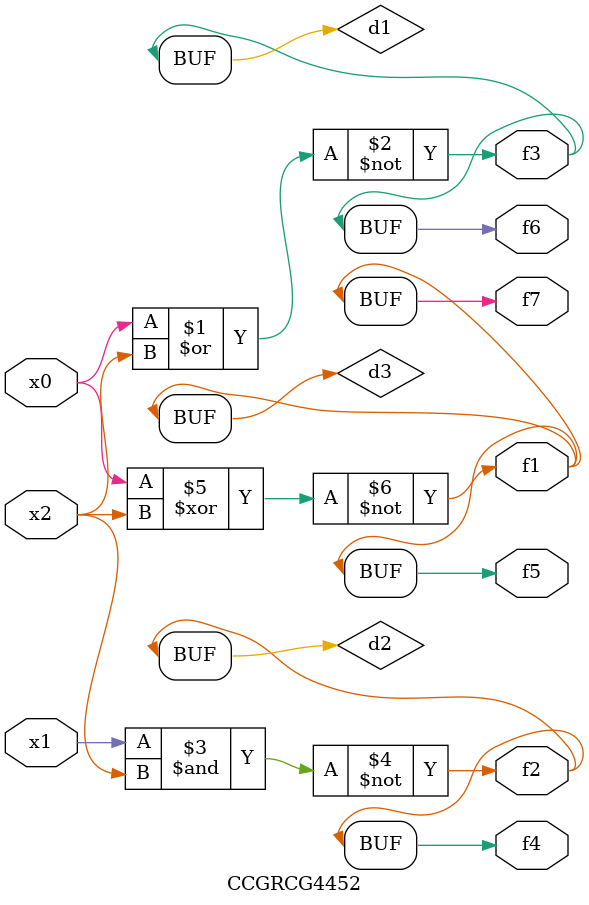
<source format=v>
module CCGRCG4452(
	input x0, x1, x2,
	output f1, f2, f3, f4, f5, f6, f7
);

	wire d1, d2, d3;

	nor (d1, x0, x2);
	nand (d2, x1, x2);
	xnor (d3, x0, x2);
	assign f1 = d3;
	assign f2 = d2;
	assign f3 = d1;
	assign f4 = d2;
	assign f5 = d3;
	assign f6 = d1;
	assign f7 = d3;
endmodule

</source>
